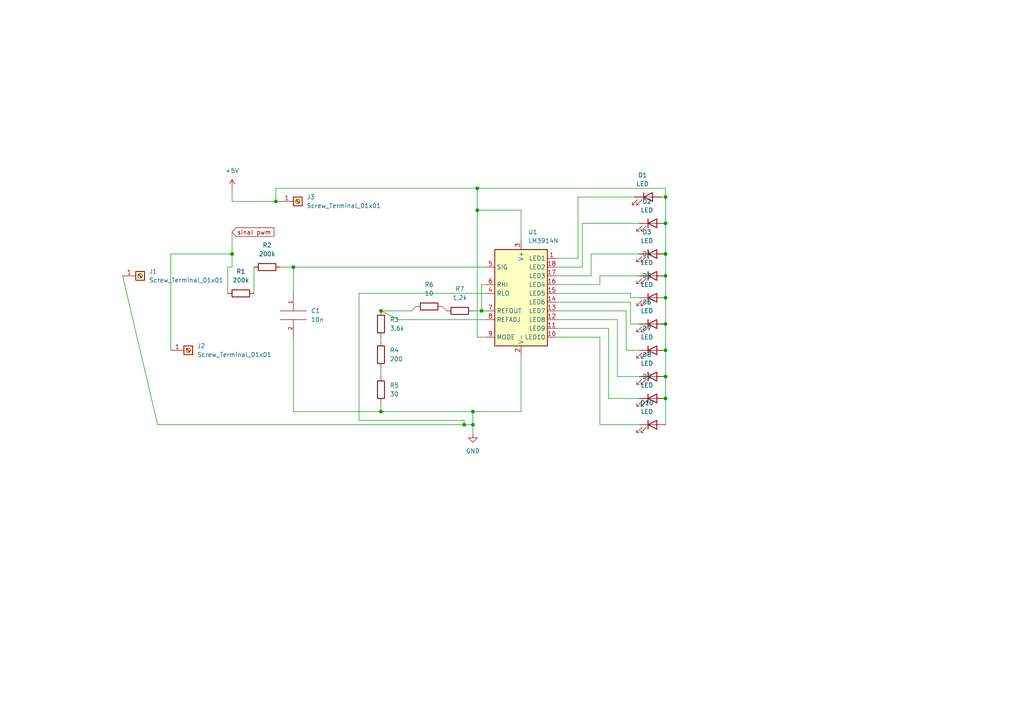
<source format=kicad_sch>
(kicad_sch (version 20211123) (generator eeschema)
  (paper "A4")
  (lib_symbols
    (symbol "Connector:Screw_Terminal_01x01" (pin_names (offset 1.016) hide)
      (property "Reference" "J" (at 0 2.54 0))
      (property "Value" "Screw_Terminal_01x01" (at 0 -2.54 0))
      (symbol "Screw_Terminal_01x01_1_1"
        (rectangle (start -1.27 1.27) (end 1.27 -1.27) (stroke (width 0.254)) (fill (type background)))
        (polyline (pts (xy -0.5334 0.3302) (xy 0.3302 -0.508)) (stroke (width 0.1524)))
        (polyline (pts (xy -0.3556 0.508) (xy 0.508 -0.3302)) (stroke (width 0.1524)))
        (circle (center 0 0) (radius 0.635) (stroke (width 0.1524)))
        (pin passive line (at -5.08 0 0) (length 3.81) (name "Pin_1") (number "1"))
      )
    )
    (symbol "Device:LED" (pin_numbers hide) (pin_names (offset 1.016) hide)
      (property "Reference" "D" (at 0 2.54 0))
      (property "Value" "LED" (at 0 -2.54 0))
      (symbol "LED_0_1"
        (polyline (pts (xy -1.27 -1.27) (xy -1.27 1.27)) (stroke (width 0.254)))
        (polyline (pts (xy -1.27 0) (xy 1.27 0)))
        (polyline (pts (xy 1.27 -1.27) (xy 1.27 1.27) (xy -1.27 0) (xy 1.27 -1.27)) (stroke (width 0.254)))
        (polyline (pts (xy -3.048 -0.762) (xy -4.572 -2.286) (xy -3.81 -2.286) (xy -4.572 -2.286) (xy -4.572 -1.524)))
        (polyline (pts (xy -1.778 -0.762) (xy -3.302 -2.286) (xy -2.54 -2.286) (xy -3.302 -2.286) (xy -3.302 -1.524)))
      )
      (symbol "LED_1_1"
        (pin passive line (at -3.81 0 0) (length 2.54) (name "K") (number "1"))
        (pin passive line (at 3.81 0 180) (length 2.54) (name "A") (number "2"))
      )
    )
    (symbol "Device:R" (pin_numbers hide) (pin_names (offset 0))
      (property "Reference" "R" (at 2.032 0 90))
      (property "Value" "R" (at 0 0 90))
      (symbol "R_0_1"
        (rectangle (start -1.016 -2.54) (end 1.016 2.54) (stroke (width 0.254)))
      )
      (symbol "R_1_1"
        (pin passive line (at 0 3.81 270) (length 1.27) (name "~") (number "1"))
        (pin passive line (at 0 -3.81 90) (length 1.27) (name "~") (number "2"))
      )
    )
    (symbol "Driver_LED:LM3914N"
      (property "Reference" "U" (at -6.35 14.224 0))
      (property "Value" "LM3914N" (at 5.588 14.224 0))
      (symbol "LM3914N_0_1"
        (rectangle (start -7.62 12.7) (end 7.62 -15.24) (stroke (width 0.254)) (fill (type background)))
      )
      (symbol "LM3914N_1_1"
        (pin open_collector line (at 10.16 10.16 180) (length 2.54) (name "LED1") (number "1"))
        (pin open_collector line (at 10.16 -12.7 180) (length 2.54) (name "LED10") (number "10"))
        (pin open_collector line (at 10.16 -10.16 180) (length 2.54) (name "LED9") (number "11"))
        (pin open_collector line (at 10.16 -7.62 180) (length 2.54) (name "LED8") (number "12"))
        (pin open_collector line (at 10.16 -5.08 180) (length 2.54) (name "LED7") (number "13"))
        (pin open_collector line (at 10.16 -2.54 180) (length 2.54) (name "LED6") (number "14"))
        (pin open_collector line (at 10.16 0 180) (length 2.54) (name "LED5") (number "15"))
        (pin open_collector line (at 10.16 2.54 180) (length 2.54) (name "LED4") (number "16"))
        (pin open_collector line (at 10.16 5.08 180) (length 2.54) (name "LED3") (number "17"))
        (pin open_collector line (at 10.16 7.62 180) (length 2.54) (name "LED2") (number "18"))
        (pin power_in line (at 0 -17.78 90) (length 2.54) (name "V-") (number "2"))
        (pin power_in line (at 0 15.24 270) (length 2.54) (name "V+") (number "3"))
        (pin input line (at -10.16 0 0) (length 2.54) (name "RLO") (number "4"))
        (pin input line (at -10.16 7.62 0) (length 2.54) (name "SIG") (number "5"))
        (pin input line (at -10.16 2.54 0) (length 2.54) (name "RHI") (number "6"))
        (pin output line (at -10.16 -5.08 0) (length 2.54) (name "REFOUT") (number "7"))
        (pin input line (at -10.16 -7.62 0) (length 2.54) (name "REFADJ") (number "8"))
        (pin input line (at -10.16 -12.7 0) (length 2.54) (name "MODE") (number "9"))
      )
    )
    (symbol "power:+5V" (power) (pin_names (offset 0))
      (property "Value" "+5V" (at 0 3.556 0))
      (symbol "+5V_0_1"
        (polyline (pts (xy -0.762 1.27) (xy 0 2.54)))
        (polyline (pts (xy 0 0) (xy 0 2.54)))
        (polyline (pts (xy 0 2.54) (xy 0.762 1.27)))
      )
      (symbol "+5V_1_1"
        (pin power_in line (at 0 0 90) (length 0) hide (name "+5V") (number "1"))
      )
    )
    (symbol "power:GND" (power) (pin_names (offset 0))
      (property "Value" "GND" (at 0 -3.81 0))
      (symbol "GND_0_1"
        (polyline (pts (xy 0 0) (xy 0 -1.27) (xy 1.27 -1.27) (xy 0 -2.54) (xy -1.27 -1.27) (xy 0 -1.27)))
      )
      (symbol "GND_1_1"
        (pin power_in line (at 0 0 270) (length 0) hide (name "GND") (number "1"))
      )
    )
    (symbol "pspice:CAP" (pin_names (offset 0.254))
      (property "Reference" "C" (at 2.54 3.81 90))
      (property "Value" "CAP" (at 2.54 -3.81 90))
      (symbol "CAP_0_1"
        (polyline (pts (xy -3.81 -1.27) (xy 3.81 -1.27)))
        (polyline (pts (xy -3.81 1.27) (xy 3.81 1.27)))
      )
      (symbol "CAP_1_1"
        (pin passive line (at 0 6.35 270) (length 5.08) (name "~") (number "1"))
        (pin passive line (at 0 -6.35 90) (length 5.08) (name "~") (number "2"))
      )
    )
  )
  (junction (at 193.04 101.6))
  (junction (at 134.62 123.19))
  (junction (at 138.43 54.61))
  (junction (at 110.49 119.38))
  (junction (at 137.16 123.19))
  (junction (at 193.04 115.57))
  (junction (at 137.16 119.38))
  (junction (at 193.04 109.22))
  (junction (at 193.04 73.66))
  (junction (at 110.49 90.17))
  (junction (at 139.7 90.17))
  (junction (at 193.04 93.98))
  (junction (at 138.43 60.96))
  (junction (at 85.09 77.47))
  (junction (at 193.04 80.01))
  (junction (at 80.01 58.42))
  (junction (at 193.04 64.77))
  (junction (at 193.04 86.36))
  (junction (at 193.04 57.15))
  (junction (at 67.31 73.66))
  (wire (pts (xy 171.45 73.66) (xy 171.45 80.01)))
  (wire (pts (xy 161.29 74.93) (xy 167.64 74.93)))
  (wire (pts (xy 140.97 97.79) (xy 138.43 97.79)))
  (wire (pts (xy 137.16 119.38) (xy 151.13 119.38)))
  (wire (pts (xy 134.62 121.92) (xy 134.62 123.19)))
  (wire (pts (xy 85.09 77.47) (xy 85.09 85.09)))
  (wire (pts (xy 185.42 80.01) (xy 173.99 80.01)))
  (wire (pts (xy 173.99 123.19) (xy 173.99 97.79)))
  (wire (pts (xy 185.42 64.77) (xy 168.91 64.77)))
  (wire (pts (xy 161.29 95.25) (xy 176.53 95.25)))
  (wire (pts (xy 185.42 93.98) (xy 182.88 93.98)))
  (wire (pts (xy 138.43 54.61) (xy 80.01 54.61)))
  (wire (pts (xy 104.14 85.09) (xy 140.97 85.09)))
  (wire (pts (xy 193.04 80.01) (xy 193.04 86.36)))
  (wire (pts (xy 35.56 80.01) (xy 45.72 123.19)))
  (wire (pts (xy 110.49 106.68) (xy 110.49 109.22)))
  (wire (pts (xy 173.99 80.01) (xy 173.99 82.55)))
  (wire (pts (xy 173.99 97.79) (xy 161.29 97.79)))
  (wire (pts (xy 73.66 77.47) (xy 73.66 85.09)))
  (wire (pts (xy 110.49 119.38) (xy 137.16 119.38)))
  (wire (pts (xy 193.04 109.22) (xy 193.04 115.57)))
  (wire (pts (xy 128.27 88.9) (xy 129.54 90.17)))
  (wire (pts (xy 140.97 90.17) (xy 139.7 90.17)))
  (wire (pts (xy 185.42 109.22) (xy 179.07 109.22)))
  (wire (pts (xy 193.04 64.77) (xy 193.04 73.66)))
  (wire (pts (xy 181.61 90.17) (xy 161.29 90.17)))
  (wire (pts (xy 185.42 101.6) (xy 181.61 101.6)))
  (wire (pts (xy 110.49 116.84) (xy 110.49 119.38)))
  (wire (pts (xy 182.88 86.36) (xy 182.88 85.09)))
  (wire (pts (xy 80.01 54.61) (xy 80.01 58.42)))
  (wire (pts (xy 140.97 77.47) (xy 85.09 77.47)))
  (wire (pts (xy 193.04 86.36) (xy 193.04 93.98)))
  (wire (pts (xy 193.04 101.6) (xy 193.04 109.22)))
  (wire (pts (xy 176.53 115.57) (xy 176.53 95.25)))
  (wire (pts (xy 110.49 97.79) (xy 110.49 99.06)))
  (wire (pts (xy 67.31 58.42) (xy 67.31 54.61)))
  (wire (pts (xy 137.16 90.17) (xy 139.7 90.17)))
  (wire (pts (xy 139.7 82.55) (xy 140.97 82.55)))
  (wire (pts (xy 85.09 119.38) (xy 110.49 119.38)))
  (wire (pts (xy 193.04 73.66) (xy 193.04 80.01)))
  (wire (pts (xy 115.57 92.71) (xy 110.49 90.17)))
  (wire (pts (xy 151.13 60.96) (xy 138.43 60.96)))
  (wire (pts (xy 85.09 97.79) (xy 85.09 119.38)))
  (wire (pts (xy 185.42 115.57) (xy 176.53 115.57)))
  (wire (pts (xy 168.91 64.77) (xy 168.91 77.47)))
  (wire (pts (xy 173.99 82.55) (xy 161.29 82.55)))
  (wire (pts (xy 115.57 92.71) (xy 140.97 92.71)))
  (wire (pts (xy 179.07 92.71) (xy 161.29 92.71)))
  (wire (pts (xy 181.61 101.6) (xy 181.61 90.17)))
  (wire (pts (xy 179.07 109.22) (xy 179.07 92.71)))
  (wire (pts (xy 66.04 77.47) (xy 66.04 85.09)))
  (wire (pts (xy 137.16 119.38) (xy 137.16 123.19)))
  (wire (pts (xy 193.04 57.15) (xy 193.04 54.61)))
  (wire (pts (xy 193.04 93.98) (xy 193.04 101.6)))
  (wire (pts (xy 67.31 67.31) (xy 67.31 73.66)))
  (wire (pts (xy 185.42 123.19) (xy 173.99 123.19)))
  (wire (pts (xy 151.13 69.85) (xy 151.13 60.96)))
  (wire (pts (xy 182.88 87.63) (xy 161.29 87.63)))
  (wire (pts (xy 80.01 58.42) (xy 81.28 58.42)))
  (wire (pts (xy 193.04 115.57) (xy 193.04 123.19)))
  (wire (pts (xy 139.7 90.17) (xy 139.7 82.55)))
  (wire (pts (xy 134.62 123.19) (xy 137.16 123.19)))
  (wire (pts (xy 85.09 77.47) (xy 81.28 77.47)))
  (wire (pts (xy 104.14 121.92) (xy 134.62 121.92)))
  (wire (pts (xy 167.64 74.93) (xy 167.64 57.15)))
  (wire (pts (xy 185.42 73.66) (xy 171.45 73.66)))
  (wire (pts (xy 120.65 88.9) (xy 119.38 90.17)))
  (wire (pts (xy 151.13 102.87) (xy 151.13 119.38)))
  (wire (pts (xy 104.14 85.09) (xy 104.14 121.92)))
  (wire (pts (xy 182.88 93.98) (xy 182.88 87.63)))
  (wire (pts (xy 168.91 77.47) (xy 161.29 77.47)))
  (wire (pts (xy 137.16 123.19) (xy 137.16 125.73)))
  (wire (pts (xy 193.04 54.61) (xy 138.43 54.61)))
  (wire (pts (xy 185.42 86.36) (xy 182.88 86.36)))
  (wire (pts (xy 45.72 123.19) (xy 134.62 123.19)))
  (wire (pts (xy 138.43 60.96) (xy 138.43 54.61)))
  (wire (pts (xy 171.45 80.01) (xy 161.29 80.01)))
  (wire (pts (xy 182.88 85.09) (xy 161.29 85.09)))
  (wire (pts (xy 110.49 90.17) (xy 119.38 90.17)))
  (wire (pts (xy 49.53 101.6) (xy 49.53 73.66)))
  (wire (pts (xy 67.31 77.47) (xy 66.04 77.47)))
  (wire (pts (xy 167.64 57.15) (xy 184.15 57.15)))
  (wire (pts (xy 191.77 57.15) (xy 193.04 57.15)))
  (wire (pts (xy 138.43 97.79) (xy 138.43 60.96)))
  (wire (pts (xy 193.04 57.15) (xy 193.04 64.77)))
  (wire (pts (xy 67.31 58.42) (xy 80.01 58.42)))
  (wire (pts (xy 49.53 73.66) (xy 67.31 73.66)))
  (wire (pts (xy 67.31 73.66) (xy 67.31 77.47)))
  (global_label "sinal pwm" (shape input) (at 67.31 67.31 0) (property "Intersheet References" "${INTERSHEET_REFS}" (effects hide)))
  (symbol (lib_id "Device:R") (at 110.49 113.03 0) (unit 1)
    (property "Reference" "R5" (at 113.03 111.7599 0) (effects (justify left)))
    (property "Value" "30" (at 113.03 114.2999 0) (effects (justify left)))
    (property "Footprint" "Resistor_THT:R_Axial_DIN0207_L6.3mm_D2.5mm_P10.16mm_Horizontal" (effects hide))
  )
  (symbol (lib_id "power:+5V") (at 67.31 54.61 0) (unit 1)
    (property "Reference" "#PWR01" (effects hide))
    (property "Value" "+5V" (at 67.31 49.53 0))
  )
  (symbol (lib_id "Driver_LED:LM3914N") (at 151.13 85.09 0) (unit 1)
    (property "Reference" "U1" (at 153.1494 67.31 0) (effects (justify left)))
    (property "Value" "LM3914N" (at 153.1494 69.85 0) (effects (justify left)))
    (property "Footprint" "Package_DIP:DIP-18_W7.62mm" (effects hide))
    (property "Datasheet" "https://www.ti.com/lit/ds/symlink/lm3914.pdf" (effects hide))
  )
  (symbol (lib_id "Connector:Screw_Terminal_01x01") (at 54.61 101.6 0) (unit 1)
    (property "Reference" "J2" (at 57.15 100.3299 0) (effects (justify left)))
    (property "Value" "Screw_Terminal_01x01" (at 57.15 102.8699 0) (effects (justify left)))
    (property "Footprint" "PinHeader_1x01_P1.00mm_Vertical" (effects hide))
  )
  (symbol (lib_id "Device:LED") (at 189.23 80.01 0) (unit 1)
    (property "Reference" "D4" (at 187.6425 73.66 0))
    (property "Value" "LED" (at 187.6425 76.2 0))
    (property "Footprint" "LED_THT:LED_D5.0mm" (effects hide))
  )
  (symbol (lib_id "Device:R") (at 110.49 93.98 0) (unit 1)
    (property "Reference" "R3" (at 113.03 92.7099 0) (effects (justify left)))
    (property "Value" "3,6k" (at 113.03 95.2499 0) (effects (justify left)))
    (property "Footprint" "Resistor_THT:R_Axial_DIN0207_L6.3mm_D2.5mm_P10.16mm_Horizontal" (effects hide))
  )
  (symbol (lib_id "Device:LED") (at 187.96 57.15 0) (unit 1)
    (property "Reference" "D1" (at 186.3725 50.8 0))
    (property "Value" "LED" (at 186.3725 53.34 0))
    (property "Footprint" "LED_THT:LED_D5.0mm" (effects hide))
  )
  (symbol (lib_id "Device:LED") (at 189.23 73.66 0) (unit 1)
    (property "Reference" "D3" (at 187.6425 67.31 0))
    (property "Value" "LED" (at 187.6425 69.85 0))
    (property "Footprint" "LED_THT:LED_D5.0mm" (effects hide))
  )
  (symbol (lib_id "Device:R") (at 77.47 77.47 90) (unit 1)
    (property "Reference" "R2" (at 77.47 71.12 90))
    (property "Value" "200k" (at 77.47 73.66 90))
    (property "Footprint" "Resistor_THT:R_Axial_DIN0207_L6.3mm_D2.5mm_P10.16mm_Horizontal" (effects hide))
  )
  (symbol (lib_id "power:GND") (at 137.16 125.73 0) (unit 1)
    (property "Reference" "#PWR02" (effects hide))
    (property "Value" "GND" (at 137.16 130.81 0))
  )
  (symbol (lib_id "pspice:CAP") (at 85.09 91.44 0) (unit 1)
    (property "Reference" "C1" (at 90.17 90.1699 0) (effects (justify left)))
    (property "Value" "10n" (at 90.17 92.7099 0) (effects (justify left)))
    (property "Footprint" "Capacitor_THT:C_Disc_D16.0mm_W5.0mm_P10.00mm" (effects hide))
  )
  (symbol (lib_id "Device:R") (at 133.35 90.17 90) (unit 1)
    (property "Reference" "R7" (at 133.35 83.82 90))
    (property "Value" "1,2k" (at 133.35 86.36 90))
    (property "Footprint" "Resistor_THT:R_Axial_DIN0207_L6.3mm_D2.5mm_P10.16mm_Horizontal" (effects hide))
  )
  (symbol (lib_id "Device:LED") (at 189.23 93.98 0) (unit 1)
    (property "Reference" "D6" (at 187.6425 87.63 0))
    (property "Value" "LED" (at 187.6425 90.17 0))
    (property "Footprint" "LED_THT:LED_D5.0mm" (effects hide))
  )
  (symbol (lib_id "Device:R") (at 69.85 85.09 90) (unit 1)
    (property "Reference" "R1" (at 69.85 78.74 90))
    (property "Value" "200k" (at 69.85 81.28 90))
    (property "Footprint" "Resistor_THT:R_Axial_DIN0207_L6.3mm_D2.5mm_P10.16mm_Horizontal" (effects hide))
  )
  (symbol (lib_id "Device:R") (at 110.49 102.87 0) (unit 1)
    (property "Reference" "R4" (at 113.03 101.5999 0) (effects (justify left)))
    (property "Value" "200" (at 113.03 104.1399 0) (effects (justify left)))
    (property "Footprint" "Resistor_THT:R_Axial_DIN0207_L6.3mm_D2.5mm_P10.16mm_Horizontal" (effects hide))
  )
  (symbol (lib_id "Device:LED") (at 189.23 115.57 0) (unit 1)
    (property "Reference" "D9" (at 187.6425 109.22 0))
    (property "Value" "LED" (at 187.6425 111.76 0))
    (property "Footprint" "LED_THT:LED_D5.0mm" (effects hide))
  )
  (symbol (lib_id "Device:LED") (at 189.23 109.22 0) (unit 1)
    (property "Reference" "D8" (at 187.6425 102.87 0))
    (property "Value" "LED" (at 187.6425 105.41 0))
    (property "Footprint" "LED_THT:LED_D5.0mm" (effects hide))
  )
  (symbol (lib_id "Device:LED") (at 189.23 64.77 0) (unit 1)
    (property "Reference" "D2" (at 187.6425 58.42 0))
    (property "Value" "LED" (at 187.6425 60.96 0))
    (property "Footprint" "LED_THT:LED_D5.0mm" (effects hide))
  )
  (symbol (lib_id "Device:LED") (at 189.23 123.19 0) (unit 1)
    (property "Reference" "D10" (at 187.6425 116.84 0))
    (property "Value" "LED" (at 187.6425 119.38 0))
    (property "Footprint" "LED_THT:LED_D5.0mm" (effects hide))
  )
  (symbol (lib_id "Connector:Screw_Terminal_01x01") (at 86.36 58.42 0) (unit 1)
    (property "Reference" "J3" (at 88.9 57.1499 0) (effects (justify left)))
    (property "Value" "Screw_Terminal_01x01" (at 88.9 59.6899 0) (effects (justify left)))
    (property "Footprint" "PinHeader_1x01_P1.00mm_Vertical" (effects hide))
  )
  (symbol (lib_id "Device:LED") (at 189.23 101.6 0) (unit 1)
    (property "Reference" "D7" (at 187.6425 95.25 0))
    (property "Value" "LED" (at 187.6425 97.79 0))
    (property "Footprint" "LED_THT:LED_D5.0mm" (effects hide))
  )
  (symbol (lib_id "Device:R") (at 124.46 88.9 90) (unit 1)
    (property "Reference" "R6" (at 124.46 82.55 90))
    (property "Value" "10" (at 124.46 85.09 90))
    (property "Footprint" "Resistor_THT:R_Axial_DIN0207_L6.3mm_D2.5mm_P10.16mm_Horizontal" (effects hide))
  )
  (symbol (lib_id "Connector:Screw_Terminal_01x01") (at 40.64 80.01 0) (unit 1)
    (property "Reference" "J1" (at 43.18 78.7399 0) (effects (justify left)))
    (property "Value" "Screw_Terminal_01x01" (at 43.18 81.2799 0) (effects (justify left)))
    (property "Footprint" "PinHeader_1x01_P1.00mm_Vertical" (effects hide))
  )
  (symbol (lib_id "Device:LED") (at 189.23 86.36 0) (unit 1)
    (property "Reference" "D5" (at 187.6425 80.01 0))
    (property "Value" "LED" (at 187.6425 82.55 0))
    (property "Footprint" "LED_THT:LED_D5.0mm" (effects hide))
  )
)
</source>
